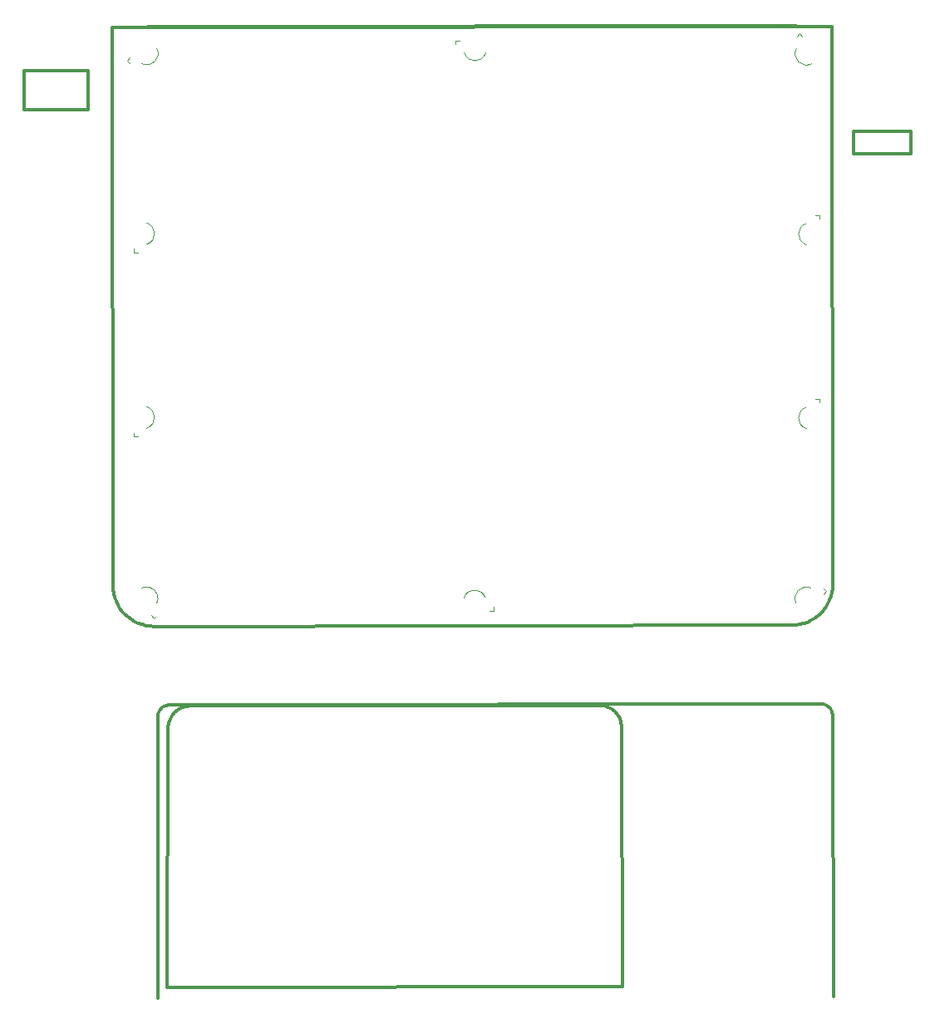
<source format=gto>
%TF.GenerationSoftware,KiCad,Pcbnew,7.0.7*%
%TF.CreationDate,2023-10-15T16:54:31+01:00*%
%TF.ProjectId,mod-player,6d6f642d-706c-4617-9965-722e6b696361,rev?*%
%TF.SameCoordinates,Original*%
%TF.FileFunction,Legend,Top*%
%TF.FilePolarity,Positive*%
%FSLAX46Y46*%
G04 Gerber Fmt 4.6, Leading zero omitted, Abs format (unit mm)*
G04 Created by KiCad (PCBNEW 7.0.7) date 2023-10-15 16:54:31*
%MOMM*%
%LPD*%
G01*
G04 APERTURE LIST*
%ADD10C,0.350000*%
%ADD11C,0.120000*%
G04 APERTURE END LIST*
D10*
X436056179Y-51299448D02*
X430166964Y-51307841D01*
X345674337Y-46825044D02*
X352217619Y-46815719D01*
X430163697Y-49015453D02*
X436052912Y-49007060D01*
X404285995Y-107474867D02*
X404742652Y-107518761D01*
X405168102Y-107645915D01*
X405553224Y-107847529D01*
X405888896Y-108114802D01*
X406165995Y-108438936D01*
X406375402Y-108811128D01*
X406507994Y-109222581D01*
X406554651Y-109664494D01*
X359276269Y-108744987D02*
X359335777Y-108347385D01*
X359503424Y-107997301D01*
X359761115Y-107712879D01*
X360090756Y-107512267D01*
X360474252Y-107413608D01*
X360610925Y-107406515D01*
X354628643Y-38407360D02*
X427997278Y-38302800D01*
X406554651Y-109664494D02*
X406628600Y-136144000D01*
X352217619Y-46815719D02*
X352211881Y-42789675D01*
X428078240Y-95113242D02*
X428057075Y-95544586D01*
X427993749Y-95963538D01*
X427890377Y-96367974D01*
X427749079Y-96755769D01*
X427571970Y-97124798D01*
X427361168Y-97472938D01*
X427118790Y-97798064D01*
X426846954Y-98098051D01*
X426547777Y-98370775D01*
X426223376Y-98614112D01*
X425875869Y-98825936D01*
X425507373Y-99004125D01*
X425120005Y-99146552D01*
X424715882Y-99251094D01*
X424297122Y-99315626D01*
X423865842Y-99338024D01*
X352211881Y-42789675D02*
X345668600Y-42799000D01*
X359316930Y-137276697D02*
X359276269Y-108744987D01*
X426758894Y-107312245D02*
X427156508Y-107371753D01*
X427506628Y-107539401D01*
X427791094Y-107797092D01*
X427991749Y-108126735D01*
X428090432Y-108510234D01*
X428097528Y-108646908D01*
X428097528Y-108646908D02*
X428138189Y-137178618D01*
X427997278Y-38302800D02*
X428078240Y-95113242D01*
X360273600Y-136144000D02*
X360365145Y-109730321D01*
X424349154Y-38268502D02*
X358267527Y-38362677D01*
X358934369Y-99430560D02*
X358503024Y-99409391D01*
X358084071Y-99346053D01*
X357679636Y-99242664D01*
X357291842Y-99101341D01*
X356922813Y-98924204D01*
X356574675Y-98713371D01*
X356249551Y-98470960D01*
X355949566Y-98199090D01*
X355676844Y-97899878D01*
X355433509Y-97575445D01*
X355221687Y-97227907D01*
X355043501Y-96859384D01*
X354901075Y-96471993D01*
X354796534Y-96067853D01*
X354732003Y-95649083D01*
X354709606Y-95217802D01*
X436052912Y-49007060D02*
X436056179Y-51299448D01*
X360272371Y-136173684D02*
X406628600Y-136144000D01*
X430166964Y-51307841D02*
X430163697Y-49015453D01*
X345668600Y-42799000D02*
X345674337Y-46825044D01*
X354709606Y-95217802D02*
X354628643Y-38407360D01*
X360610925Y-107406515D02*
X426758894Y-107312245D01*
X423865842Y-99338024D02*
X358934369Y-99430560D01*
X362627537Y-107534236D02*
X404285995Y-107474867D01*
X424349154Y-38268502D02*
X358267539Y-38362677D01*
X360365145Y-109730321D02*
X360410540Y-109288277D01*
X360541957Y-108876447D01*
X360750300Y-108503659D01*
X361026473Y-108178737D01*
X361361379Y-107910508D01*
X361745922Y-107707797D01*
X362171007Y-107579431D01*
X362627537Y-107534236D01*
X427494190Y-38303517D02*
X355132072Y-38406642D01*
D11*
%TO.C,D9*%
X356881562Y-80111920D02*
X356881562Y-79701920D01*
X357261562Y-80111920D02*
X356881562Y-80111920D01*
X358171562Y-79241920D02*
G75*
G03*
X358171562Y-77061920I-346708J1090000D01*
G01*
%TO.C,D12*%
X427399115Y-95852228D02*
X427109202Y-96142141D01*
X427130415Y-95583527D02*
X427399115Y-95852228D01*
X425871765Y-95555243D02*
G75*
G03*
X424330272Y-97096736I-525587J-1015906D01*
G01*
%TO.C,D10*%
X358895372Y-98599515D02*
X358605459Y-98309602D01*
X359164073Y-98330815D02*
X358895372Y-98599515D01*
X359192357Y-97072165D02*
G75*
G03*
X357650864Y-95530672I-1015906J525587D01*
G01*
%TO.C,D4*%
X426665637Y-57516280D02*
X426665637Y-57926280D01*
X426285637Y-57516280D02*
X426665637Y-57516280D01*
X425375637Y-58386280D02*
G75*
G03*
X425375637Y-60566280I346708J-1090000D01*
G01*
%TO.C,D6*%
X389657800Y-39735933D02*
X390067800Y-39735933D01*
X389657800Y-40115933D02*
X389657800Y-39735933D01*
X390527800Y-41025933D02*
G75*
G03*
X392707800Y-41025933I1090000J346708D01*
G01*
%TO.C,D5*%
X424651828Y-39053256D02*
X424941741Y-39343169D01*
X424383127Y-39321956D02*
X424651828Y-39053256D01*
X424354843Y-40580606D02*
G75*
G03*
X425896336Y-42122099I1015906J-525587D01*
G01*
%TO.C,D11*%
X393532800Y-97815237D02*
X393122800Y-97815237D01*
X393532800Y-97435237D02*
X393532800Y-97815237D01*
X392662800Y-96525237D02*
G75*
G03*
X390482800Y-96525237I-1090000J-346708D01*
G01*
%TO.C,D13*%
X426665637Y-76236920D02*
X426665637Y-76646920D01*
X426285637Y-76236920D02*
X426665637Y-76236920D01*
X425375637Y-77106920D02*
G75*
G03*
X425375637Y-79286920I346708J-1090000D01*
G01*
%TO.C,D7*%
X356148085Y-41800543D02*
X356437998Y-41510630D01*
X356416785Y-42069244D02*
X356148085Y-41800543D01*
X357675435Y-42097528D02*
G75*
G03*
X359216928Y-40556035I525587J1015906D01*
G01*
%TO.C,D8*%
X356881562Y-61391280D02*
X356881562Y-60981280D01*
X357261562Y-61391280D02*
X356881562Y-61391280D01*
X358171562Y-60521280D02*
G75*
G03*
X358171562Y-58341280I-346708J1090000D01*
G01*
%TD*%
M02*

</source>
